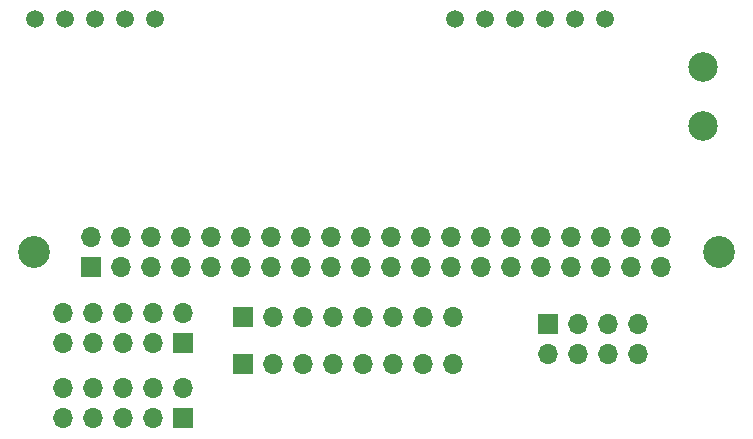
<source format=gbs>
G04 #@! TF.GenerationSoftware,KiCad,Pcbnew,8.99.0-1891-ge2bd76bdce*
G04 #@! TF.CreationDate,2024-07-24T15:45:45+03:00*
G04 #@! TF.ProjectId,rfid_rpi_hat,72666964-5f72-4706-995f-6861742e6b69,rev?*
G04 #@! TF.SameCoordinates,Original*
G04 #@! TF.FileFunction,Soldermask,Bot*
G04 #@! TF.FilePolarity,Negative*
%FSLAX46Y46*%
G04 Gerber Fmt 4.6, Leading zero omitted, Abs format (unit mm)*
G04 Created by KiCad (PCBNEW 8.99.0-1891-ge2bd76bdce) date 2024-07-24 15:45:45*
%MOMM*%
%LPD*%
G01*
G04 APERTURE LIST*
%ADD10R,1.700000X1.700000*%
%ADD11O,1.700000X1.700000*%
%ADD12C,2.700000*%
%ADD13C,2.500000*%
%ADD14C,1.500000*%
G04 APERTURE END LIST*
D10*
X184115000Y-146240000D03*
D11*
X184115000Y-143700000D03*
X181575000Y-146240000D03*
X181575000Y-143700000D03*
X179035000Y-146240000D03*
X179035000Y-143700000D03*
X176495000Y-146240000D03*
X176495000Y-143700000D03*
X173955000Y-146240000D03*
X173955000Y-143700000D03*
D12*
X229525000Y-132125000D03*
D10*
X189210000Y-137625000D03*
D11*
X191750000Y-137625000D03*
X194290000Y-137625000D03*
X196830000Y-137625000D03*
X199370000Y-137625000D03*
X201910000Y-137625000D03*
X204450000Y-137625000D03*
X206990000Y-137625000D03*
D10*
X184115000Y-139890000D03*
D11*
X184115000Y-137350000D03*
X181575000Y-139890000D03*
X181575000Y-137350000D03*
X179035000Y-139890000D03*
X179035000Y-137350000D03*
X176495000Y-139890000D03*
X176495000Y-137350000D03*
X173955000Y-139890000D03*
X173955000Y-137350000D03*
D12*
X171525000Y-132125000D03*
D10*
X189270000Y-141650000D03*
D11*
X191810000Y-141650000D03*
X194350000Y-141650000D03*
X196890000Y-141650000D03*
X199430000Y-141650000D03*
X201970000Y-141650000D03*
X204510000Y-141650000D03*
X207050000Y-141650000D03*
D13*
X228175000Y-121500000D03*
X228175000Y-116500000D03*
D10*
X215055000Y-138225000D03*
D11*
X215055000Y-140765000D03*
X217595000Y-138225000D03*
X217595000Y-140765000D03*
X220135000Y-138225000D03*
X220135000Y-140765000D03*
X222675000Y-138225000D03*
X222675000Y-140765000D03*
D14*
X171590000Y-112425000D03*
X174130000Y-112425000D03*
X176670000Y-112425000D03*
X179210000Y-112425000D03*
X181750000Y-112425000D03*
X207150000Y-112425000D03*
X209690000Y-112425000D03*
X212230000Y-112425000D03*
X214770000Y-112425000D03*
X217310000Y-112425000D03*
X219850000Y-112425000D03*
D10*
X176395000Y-133395000D03*
D11*
X176395000Y-130855000D03*
X178935000Y-133395000D03*
X178935000Y-130855000D03*
X181475000Y-133395000D03*
X181475000Y-130855000D03*
X184015000Y-133395000D03*
X184015000Y-130855000D03*
X186555000Y-133395000D03*
X186555000Y-130855000D03*
X189095000Y-133395000D03*
X189095000Y-130855000D03*
X191635000Y-133395000D03*
X191635000Y-130855000D03*
X194175000Y-133395000D03*
X194175000Y-130855000D03*
X196715000Y-133395000D03*
X196715000Y-130855000D03*
X199255000Y-133395000D03*
X199255000Y-130855000D03*
X201795000Y-133395000D03*
X201795000Y-130855000D03*
X204335000Y-133395000D03*
X204335000Y-130855000D03*
X206875000Y-133395000D03*
X206875000Y-130855000D03*
X209415000Y-133395000D03*
X209415000Y-130855000D03*
X211955000Y-133395000D03*
X211955000Y-130855000D03*
X214495000Y-133395000D03*
X214495000Y-130855000D03*
X217035000Y-133395000D03*
X217035000Y-130855000D03*
X219575000Y-133395000D03*
X219575000Y-130855000D03*
X222115000Y-133395000D03*
X222115000Y-130855000D03*
X224655000Y-133395000D03*
X224655000Y-130855000D03*
M02*

</source>
